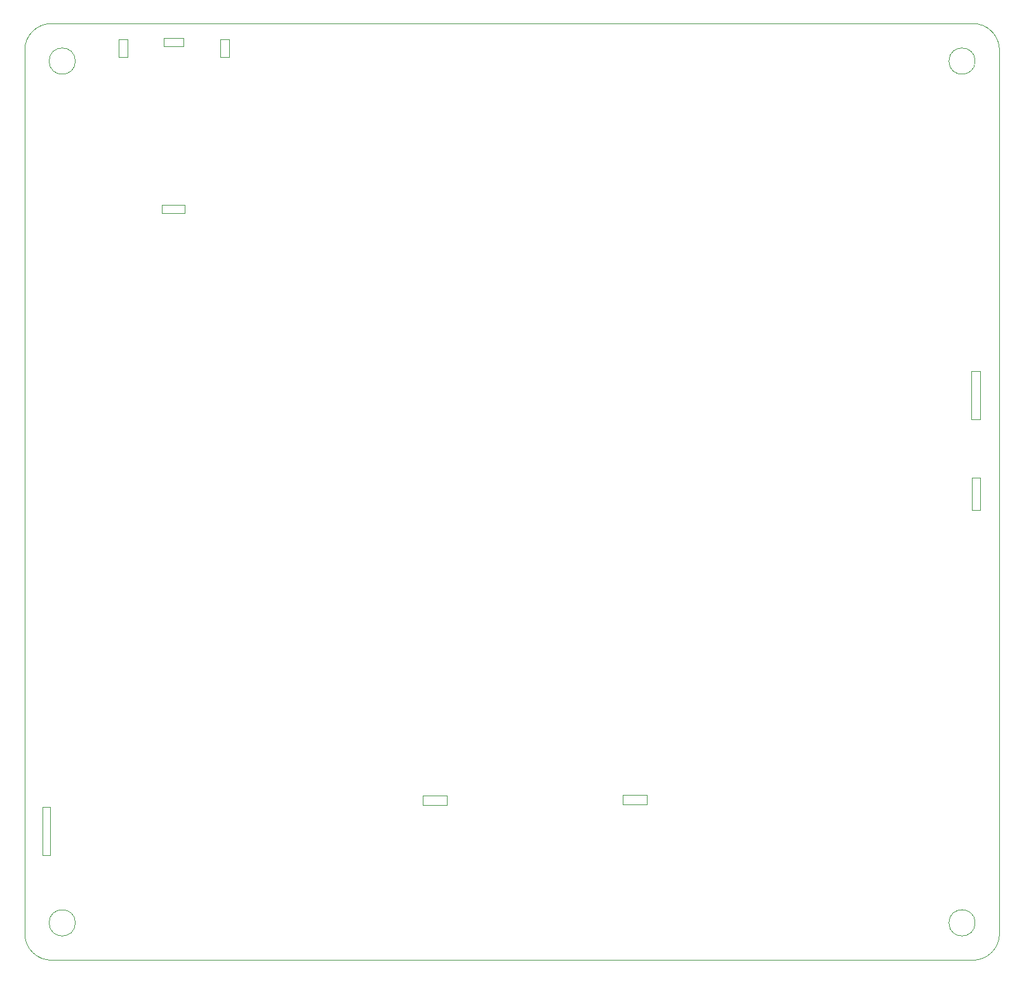
<source format=gm1>
G04 #@! TF.GenerationSoftware,KiCad,Pcbnew,7.0.7*
G04 #@! TF.CreationDate,2023-09-20T17:36:28+02:00*
G04 #@! TF.ProjectId,PCE,5043452e-6b69-4636-9164-5f7063625858,rev?*
G04 #@! TF.SameCoordinates,Original*
G04 #@! TF.FileFunction,Profile,NP*
%FSLAX46Y46*%
G04 Gerber Fmt 4.6, Leading zero omitted, Abs format (unit mm)*
G04 Created by KiCad (PCBNEW 7.0.7) date 2023-09-20 17:36:28*
%MOMM*%
%LPD*%
G01*
G04 APERTURE LIST*
G04 #@! TA.AperFunction,Profile*
%ADD10C,0.100000*%
G04 #@! TD*
G04 #@! TA.AperFunction,Profile*
%ADD11C,0.050000*%
G04 #@! TD*
G04 APERTURE END LIST*
D10*
X213425000Y-31290241D02*
X90778348Y-31286893D01*
X113170000Y-33390000D02*
X114330000Y-33390000D01*
X114330000Y-35750000D01*
X113170000Y-35750000D01*
X113170000Y-33390000D01*
X105380000Y-55500000D02*
X108430000Y-55500000D01*
X108430000Y-56620000D01*
X105380000Y-56620000D01*
X105380000Y-55500000D01*
X105680000Y-33220000D02*
X108310000Y-33220000D01*
X108310000Y-34310000D01*
X105680000Y-34310000D01*
X105680000Y-33220000D01*
X213360000Y-77710000D02*
X214562400Y-77710000D01*
X214562400Y-84140000D01*
X213360000Y-84140000D01*
X213360000Y-77710000D01*
X90778348Y-31286899D02*
G75*
G03*
X87103348Y-34961893I-128348J-3546651D01*
G01*
X217100000Y-152608545D02*
X217100000Y-34965241D01*
X217099957Y-34965239D02*
G75*
G03*
X213425000Y-31290242I-3546657J128339D01*
G01*
X213424998Y-156283601D02*
G75*
G03*
X217099999Y-152608545I128302J3546701D01*
G01*
X87103348Y-34961893D02*
X87106696Y-152608545D01*
X87106654Y-152608543D02*
G75*
G03*
X90781696Y-156283545I3546646J-128357D01*
G01*
X166898200Y-134264400D02*
X170058200Y-134264400D01*
X170058200Y-135534400D01*
X166898200Y-135534400D01*
X166898200Y-134264400D01*
X90781696Y-156283545D02*
X213425000Y-156283545D01*
X140223000Y-134340600D02*
X143383000Y-134340600D01*
X143383000Y-135560600D01*
X140223000Y-135560600D01*
X140223000Y-134340600D01*
X99620000Y-33390000D02*
X100780000Y-33390000D01*
X100780000Y-35750000D01*
X99620000Y-35750000D01*
X99620000Y-33390000D01*
X213430000Y-91920000D02*
X214550000Y-91920000D01*
X214550000Y-96210000D01*
X213430000Y-96210000D01*
X213430000Y-91920000D01*
X89480000Y-135860000D02*
X90530000Y-135860000D01*
X90530000Y-142290000D01*
X89480000Y-142290000D01*
X89480000Y-135860000D01*
D11*
X213850000Y-151300000D02*
G75*
G03*
X213850000Y-151300000I-1750000J0D01*
G01*
X213850000Y-36300000D02*
G75*
G03*
X213850000Y-36300000I-1750000J0D01*
G01*
X93850000Y-151300000D02*
G75*
G03*
X93850000Y-151300000I-1750000J0D01*
G01*
X93850000Y-36300000D02*
G75*
G03*
X93850000Y-36300000I-1750000J0D01*
G01*
M02*

</source>
